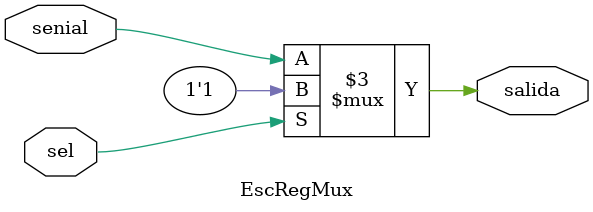
<source format=v>
`timescale 1ns / 1ps
module EscRegMux(
					input sel,
					input senial,
					output reg salida 
    );
	 
always @*
	begin
		if(sel)
			salida = 1; 
		else
			salida = senial;
		end

endmodule
</source>
